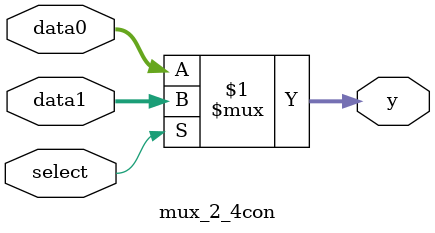
<source format=v>
module mux_2_4con(y,data1,data0,select);
  output [3:0] y;
  input [3:0] data1,data0;
  input select;
  assign y = select ? data1:data0;
  endmodule

</source>
